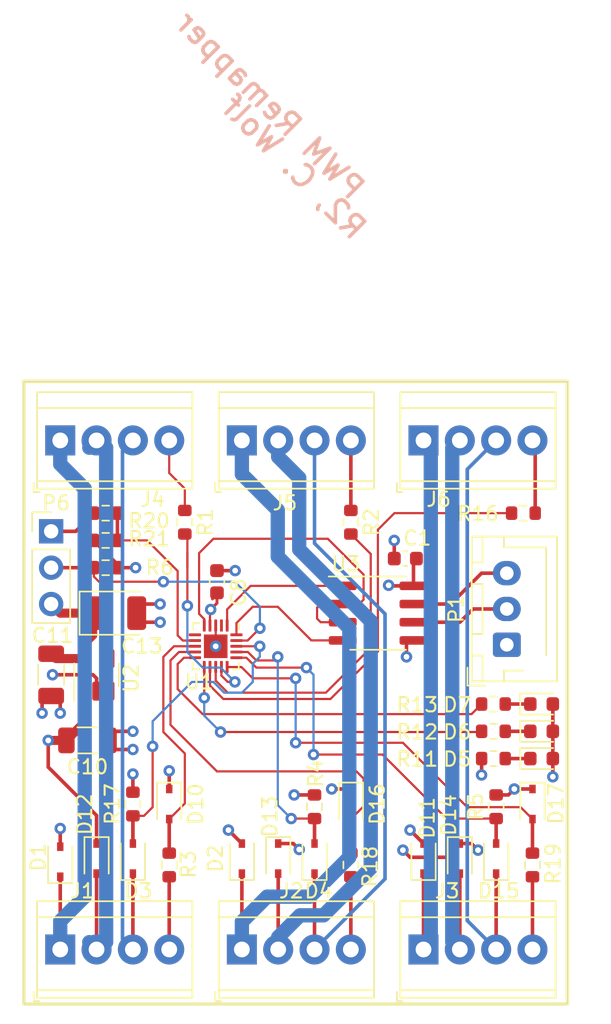
<source format=kicad_pcb>
(kicad_pcb (version 20221018) (generator pcbnew)
  (layers (0 "F.Cu" signal "Top Layer") (1 "In1.Cu" signal "VCC") (2 "In2.Cu" signal "GND") (31 "B.Cu" signal "Bottom Layer") (34 "B.Paste" user "Bottom Paste") (35 "F.Paste" user "Top Paste") (36 "B.SilkS" user "Bottom Overlay") (37 "F.SilkS" user "Top Overlay") (38 "B.Mask" user "Bottom Solder") (39 "F.Mask" user "Top Solder") (44 "Edge.Cuts" user))
  (net 0 "")
  (net 1 "GND")
  (net 2 "12V")
  (net 3 "5V")
  (net 4 "/RXD")
  (net 5 "/XDIR")
  (net 6 "/TXD")
  (net 7 "Net-(U3-A)")
  (net 8 "Net-(U3-B)")
  (net 9 "/FGND1")
  (net 10 "/FGND2")
  (net 11 "/Tach1")
  (net 12 "Net-(U1-PC3)")
  (net 13 "/Tach2")
  (net 14 "Net-(U1-PC2)")
  (net 15 "Net-(D5-Pad1)")
  (net 16 "Net-(D6-Pad1)")
  (net 17 "Net-(D7-Pad1)")
  (net 18 "Net-(U1-PA7)")
  (net 19 "/FGND3")
  (net 20 "/F12V1")
  (net 21 "/F12V2")
  (net 22 "/F12V3")
  (net 23 "/Tach3")
  (net 24 "Net-(U1-PC1)")
  (net 25 "Net-(U1-PB5)")
  (net 26 "Net-(U1-PC0)")
  (net 27 "/PWM_IN_1")
  (net 28 "/PWM_IN_2")
  (net 29 "/PWM_IN_3")
  (net 30 "/PWM_OUT1")
  (net 31 "/PWM_OUT2")
  (net 32 "/PWM_OUT3")
  (net 33 "/UPDI{slash}~{RESET}")
  (net 34 "Net-(U1-PB0)")
  (net 35 "Net-(U1-PB1)")
  (net 36 "Net-(U1-PB3{slash}TOSC1)")
  (net 37 "Net-(U1-PB4)")
  (net 38 "Net-(U1-PB2{slash}TOSC2)")
  (net 39 "Net-(U1-PA6)")
  (footprint "Diode_SMD:D_SOD-323" (layer "F.Cu") (at 10.16 -13.97 -90)
    (fp_text reference "D10")
    (fp_text value "Schottky Diode")
  )
  (footprint "Package_SO:SOIC-8_3.9x4.9mm_P1.27mm" (layer "F.Cu") (at 24.765 -27.305)
    (fp_text reference "U3")
    (fp_text value "THVD1400D")
  )
  (footprint "Resistor_SMD:R_0603_1608Metric" (layer "F.Cu") (at 35.56 -9.715 90)
    (fp_text reference "R19")
    (fp_text value "Res Semi Small")
  )
  (footprint "Diode_SMD:D_0603_1608Metric" (layer "F.Cu") (at 36.195 -17.145)
    (fp_text reference "D5")
    (fp_text value "LED0")
  )
  (footprint "Connector_PinHeader_2.54mm:PinHeader_1x03_P2.54mm_Vertical" (layer "F.Cu") (at 1.905 -33.02)
    (fp_text reference "P6")
    (fp_text value "Header 3")
  )
  (footprint "Resistor_SMD:R_0603_1608Metric" (layer "F.Cu") (at 34.925 -34.29 180)
    (fp_text reference "R16")
    (fp_text value "Res Semi Small")
  )
  (footprint "Resistor_SMD:R_0603_1608Metric" (layer "F.Cu") (at 5.715 -32.385 180)
    (fp_text reference "R21")
    (fp_text value "Res Semi Small")
  )
  (footprint "Resistor_SMD:R_0603_1608Metric" (layer "F.Cu") (at 7.62 -13.97 90)
    (fp_text reference "R17")
    (fp_text value "Res Semi Small")
  )
  (footprint "Resistor_SMD:R_0603_1608Metric" (layer "F.Cu") (at 11.25 -33.655 -90)
    (fp_text reference "R1")
    (fp_text value "Res Semi Small")
  )
  (footprint "Capacitor_SMD:C_1206_3216Metric" (layer "F.Cu") (at 1.905 -22.9925 90)
    (fp_text reference "C11")
    (fp_text value "Cap")
  )
  (footprint "Diode_SMD:D_SOD-323" (layer "F.Cu") (at 20.32 -10.16 90)
    (fp_text reference "D4")
    (fp_text value "Schottky Diode")
  )
  (footprint "Diode_SMD:D_SOD-323" (layer "F.Cu") (at 35.56 -13.97 -90)
    (fp_text reference "D17")
    (fp_text value "Schottky Diode")
  )
  (footprint "Capacitor_SMD:C_0603_1608Metric" (layer "F.Cu") (at 13.5 -29.5 -90)
    (fp_text reference "C8")
    (fp_text value "Cap")
  )
  (footprint "Diode_SMD:D_0603_1608Metric" (layer "F.Cu") (at 36.195 -19.05)
    (fp_text reference "D6")
    (fp_text value "LED0")
  )
  (footprint "Diode_SMD:D_SOD-323" (layer "F.Cu") (at 33.02 -10.16 90)
    (fp_text reference "D15")
    (fp_text value "Schottky Diode")
  )
  (footprint "TerminalBlock_TE-Connectivity:TerminalBlock_TE_282834-4_1x04_P2.54mm_Horizontal" (layer "F.Cu") (at 15.24 -3.81)
    (fp_text reference "J2")
    (fp_text value "Conn_01x04")
  )
  (footprint "Diode_SMD:D_SOD-323" (layer "F.Cu") (at 5.08 -10.16 -90)
    (fp_text reference "D12")
    (fp_text value "Schottky Diode")
  )
  (footprint "Resistor_SMD:R_0603_1608Metric" (layer "F.Cu") (at 10.16 -9.715 90)
    (fp_text reference "R3")
    (fp_text value "Res Semi Small")
  )
  (footprint "Diode_SMD:D_SOD-323" (layer "F.Cu") (at 15.24 -10.16 90)
    (fp_text reference "D2")
    (fp_text value "Schottky Diode")
  )
  (footprint "Diode_SMD:D_SOD-323" (layer "F.Cu") (at 17.78 -10.16 -90)
    (fp_text reference "D13")
    (fp_text value "Schottky Diode")
  )
  (footprint "Capacitor_Tantalum_SMD:CP_EIA-3528-21_Kemet-B" (layer "F.Cu") (at 6.35 -27.305)
    (fp_text reference "C13")
    (fp_text value "100 uF")
  )
  (footprint "Resistor_SMD:R_0603_1608Metric" (layer "F.Cu") (at 33.02 -13.78 90)
    (fp_text reference "R5")
    (fp_text value "Res Semi Small")
  )
  (footprint "Diode_SMD:D_SOD-323" (layer "F.Cu") (at 7.62 -10.16 90)
    (fp_text reference "D3")
    (fp_text value "Schottky Diode")
  )
  (footprint "Diode_SMD:D_0603_1608Metric" (layer "F.Cu") (at 36.195 -20.955)
    (fp_text reference "D7")
    (fp_text value "LED0")
  )
  (footprint "TerminalBlock_TE-Connectivity:TerminalBlock_TE_282834-4_1x04_P2.54mm_Horizontal" (layer "F.Cu") (at 15.24 -39.37)
    (fp_text reference "J5")
    (fp_text value "Conn_01x04")
  )
  (footprint "Package_TO_SOT_SMD:SOT-23-5" (layer "F.Cu") (at 5.08 -22.9925 90)
    (fp_text reference "U2")
    (fp_text value "TPS70950")
  )
  (footprint "TerminalBlock_TE-Connectivity:TerminalBlock_TE_282834-4_1x04_P2.54mm_Horizontal" (layer "F.Cu") (at 2.54 -3.81)
    (fp_text reference "J1")
    (fp_text value "Conn_01x04")
  )
  (footprint "TerminalBlock_TE-Connectivity:TerminalBlock_TE_282834-4_1x04_P2.54mm_Horizontal" (layer "F.Cu") (at 27.94 -39.37)
    (fp_text reference "J6")
    (fp_text value "Conn_01x04")
  )
  (footprint "Resistor_SMD:R_0603_1608Metric" (layer "F.Cu") (at 32.83 -19.05 180)
    (fp_text reference "R12")
    (fp_text value "Res Semi")
  )
  (footprint "Resistor_SMD:R_0603_1608Metric" (layer "F.Cu") (at 32.83 -17.145 180)
    (fp_text reference "R11")
    (fp_text value "Res Semi")
  )
  (footprint "Connector_JST:JST_XH_B3B-XH-AM_1x03_P2.50mm_Vertical" (layer "F.Cu") (at 33.765 -25.095 90)
    (fp_text reference "P1")
    (fp_text value "Header 3")
  )
  (footprint "TerminalBlock_TE-Connectivity:TerminalBlock_TE_282834-4_1x04_P2.54mm_Horizontal" (layer "F.Cu") (at 27.94 -3.81)
    (fp_text reference "J3")
    (fp_text value "Conn_01x04")
  )
  (footprint "TerminalBlock_TE-Connectivity:TerminalBlock_TE_282834-4_1x04_P2.54mm_Horizontal" (layer "F.Cu") (at 2.54 -39.37)
    (fp_text reference "J4")
    (fp_text value "Conn_01x04")
  )
  (footprint "Resistor_SMD:R_0603_1608Metric" (layer "F.Cu") (at 32.83 -20.955 180)
    (fp_text reference "R13")
    (fp_text value "Res Semi")
  )
  (footprint "Diode_SMD:D_SOD-323" (layer "F.Cu") (at 22.86 -13.97 -90)
    (fp_text reference "D16")
    (fp_text value "Schottky Diode")
  )
  (footprint "Capacitor_SMD:C_1206_3216Metric" (layer "F.Cu") (at 4.445 -18.415 180)
    (fp_text reference "C10")
    (fp_text value "Cap")
  )
  (footprint "Capacitor_SMD:C_0603_1608Metric" (layer "F.Cu") (at 26.67 -31.115)
    (fp_text reference "C1")
    (fp_text value "Cap")
  )
  (footprint "Diode_SMD:D_SOD-323" (layer "F.Cu") (at 27.94 -10.16 90)
    (fp_text reference "D11")
    (fp_text value "Schottky Diode")
  )
  (footprint "Diode_SMD:D_SOD-323" (layer "F.Cu") (at 30.48 -10.16 -90)
    (fp_text reference "D14")
    (fp_text value "Schottky Diode")
  )
  (footprint "Diode_SMD:D_SOD-323" (layer "F.Cu") (at 2.54 -9.94 90)
    (fp_text reference "D1")
    (fp_text value "Schottky Diode")
  )
  (footprint "Package_DFN_QFN:QFN-20-1EP_3x3mm_P0.4mm_EP1.65x1.65mm" (layer "F.Cu") (at 13.41 -24.99 -90)
    (fp_text reference "U1")
    (fp_text value "ATTiny1616-MFR")
  )
  (footprint "Resistor_SMD:R_0603_1608Metric" (layer "F.Cu") (at 5.715 -34.29)
    (fp_text reference "R20")
    (fp_text value "Res Semi Small")
  )
  (footprint "Resistor_SMD:R_0603_1608Metric" (layer "F.Cu") (at 20.32 -13.78 90)
    (fp_text reference "R4")
    (fp_text value "Res Semi Small")
  )
  (footprint "Resistor_SMD:R_0603_1608Metric" (layer "F.Cu") (at 22.86 -33.655 -90)
    (fp_text reference "R2")
    (fp_text value "Res Semi Small")
  )
  (footprint "Resistor_SMD:R_0603_1608Metric" (layer "F.Cu") (at 5.715 -30.48)
    (fp_text reference "R6")
    (fp_text value "Res Semi Small")
  )
  (footprint "Resistor_SMD:R_0603_1608Metric" (layer "F.Cu") (at 22.86 -9.715 90)
    (fp_text reference "R18")
    (fp_text value "Res Semi Small")
  )
  (gr_line (start 0 0) (end 38 0) (stroke (width 0.254)) (layer "F.SilkS"))
  (gr_line (start 0 -43.5) (end 38 -43.5) (stroke (width 0.254)) (layer "F.SilkS"))
  (gr_line (start 38 -43.5) (end 38 0) (stroke (width 0.254)) (layer "F.SilkS"))
  (gr_line (start 0 -43.5) (end 0 0) (stroke (width 0.254)) (layer "F.SilkS"))
  (gr_line (start 38 -43.5) (end 38 0) (stroke (width 0.05)) (layer "Edge.Cuts"))
  (gr_line (start 38 0) (end 0 0) (stroke (width 0.05)) (layer "Edge.Cuts"))
  (gr_line (start 0 0) (end 0 -43.5) (stroke (width 0.05)) (layer "Edge.Cuts"))
  (gr_line (start 0 -43.5) (end 38 -43.5) (stroke (width 0.05)) (layer "Edge.Cuts"))
  (gr_text "PWM Remapper\n" (at 22.86 -55.88 315) (layer "B.SilkS") (effects (font (size 1.524 1.524) (thickness 0.254)) (justify left bottom mirror)))
  (gr_text "R2, C. Wolf" (at 22.987 -53.086 315) (layer "B.SilkS") (effects (font (size 1.524 1.524) (thickness 0.254)) (justify left bottom mirror)))
  (segment (start 4.83 -23) (end 5.08 -22.75) (width 0.25) (layer "F.Cu") (net 1))
  (segment (start 36.9825 -17.145) (end 36.9825 -15.875) (width 0.25) (layer "F.Cu") (net 1))
  (segment (start 25.895 -31.115) (end 25.895 -32.385) (width 0.25) (layer "F.Cu") (net 1))
  (segment (start 4.75 -23) (end 2 -23) (width 0.25) (layer "F.Cu") (net 1))
  (segment (start 13.41 -24.99) (end 13.41 -26.44) (width 0.1524) (layer "F.Cu") (net 1))
  (segment (start 1.27 -21.59) (end 1.27 -20.32) (width 0.25) (layer "F.Cu") (net 1))
  (segment (start 5.08 -21.855) (end 5.08 -22.75) (width 0.25) (layer "F.Cu") (net 1))
  (segment (start 14.3 -12.15) (end 15.24 -11.21) (width 0.254) (layer "F.Cu") (net 1))
  (segment (start 4.75 -23) (end 4.83 -23) (width 0.25) (layer "F.Cu") (net 1))
  (segment (start 8.255 -26.67) (end 9.525 -26.67) (width 0.25) (layer "F.Cu") (net 1))
  (segment (start 13.5 -30.275) (end 14.77 -30.275) (width 0.25) (layer "F.Cu") (net 1))
  (segment (start 26.75 -25.4) (end 27.24 -25.4) (width 0.25) (layer "F.Cu") (net 1))
  (segment (start 36.9825 -17.145) (end 36.9825 -20.955) (width 0.25) (layer "F.Cu") (net 1))
  (segment (start 27 -12.15) (end 27.94 -11.21) (width 0.254) (layer "F.Cu") (net 1))
  (segment (start 2.54 -10.99) (end 2.54 -12.26) (width 0.25) (layer "F.Cu") (net 1))
  (segment (start 8.255 -27.94) (end 9.525 -27.94) (width 0.25) (layer "F.Cu") (net 1))
  (segment (start 1.905 -33.02) (end 3.62 -33.02) (width 0.254) (layer "F.Cu") (net 1))
  (segment (start 2.54 -21.59) (end 2.54 -20.32) (width 0.25) (layer "F.Cu") (net 1))
  (segment (start 6.35 -17.78) (end 7.62 -17.78) (width 0.254) (layer "F.Cu") (net 1))
  (segment (start 3.62 -33.02) (end 4.89 -34.29) (width 0.254) (layer "F.Cu") (net 1))
  (segment (start 26.75 -24.25) (end 26.75 -25.4) (width 0.25) (layer "F.Cu") (net 1))
  (segment (start 6.35 -19.05) (end 7.62 -19.05) (width 0.254) (layer "F.Cu") (net 1))
  (via (at 2.54 -20.32) (size 0.8) (drill 0.4) (layers "F.Cu" "B.Cu") (net 1))
  (via (at 13.41 -24.99) (size 0.8) (drill 0.4) (layers "F.Cu" "B.Cu") (net 1))
  (via (at 14.3 -12.15) (size 0.8) (drill 0.4) (layers "F.Cu" "B.Cu") (net 1))
  (via (at 36.9825 -15.875) (size 0.8) (drill 0.4) (layers "F.Cu" "B.Cu") (net 1))
  (via (at 7.62 -17.78) (size 0.8) (drill 0.4) (layers "F.Cu" "B.Cu") (net 1))
  (via (at 1.27 -20.32) (size 0.8) (drill 0.4) (layers "F.Cu" "B.Cu") (net 1))
  (via (at 7.62 -19.05) (size 0.8) (drill 0.4) (layers "F.Cu" "B.Cu") (net 1))
  (via (at 25.895 -32.385) (size 0.8) (drill 0.4) (layers "F.Cu" "B.Cu") (net 1))
  (via (at 9.525 -27.94) (size 0.8) (drill 0.4) (layers "F.Cu" "B.Cu") (net 1))
  (via (at 2.54 -12.26) (size 0.8) (drill 0.4) (layers "F.Cu" "B.Cu") (net 1))
  (via (at 2 -23) (size 0.8) (drill 0.4) (layers "F.Cu" "B.Cu") (net 1))
  (via (at 27 -12.15) (size 0.8) (drill 0.4) (layers "F.Cu" "B.Cu") (net 1))
  (via (at 26.75 -24.25) (size 0.8) (drill 0.4) (layers "F.Cu" "B.Cu") (net 1))
  (via (at 9.525 -26.67) (size 0.8) (drill 0.4) (layers "F.Cu" "B.Cu") (net 1))
  (via (at 14.77 -30.275) (size 0.8) (drill 0.4) (layers "F.Cu" "B.Cu") (net 1))
  (segment (start 2.97 -18.415) (end 1.7 -18.415) (width 0.635) (layer "F.Cu") (net 2))
  (segment (start 29.52 -10.25) (end 27 -10.25) (width 0.25) (layer "F.Cu") (net 2))
  (segment (start 5.08 -13.17) (end 1.7 -16.55) (width 0.25) (layer "F.Cu") (net 2))
  (segment (start 30.48 -11.21) (end 31.29 -11.21) (width 0.25) (layer "F.Cu") (net 2))
  (segment (start 1.7 -16.55) (end 1.7 -18.415) (width 0.25) (layer "F.Cu") (net 2))
  (segment (start 4.13 -19.575) (end 2.97 -18.415) (width 0.635) (layer "F.Cu") (net 2))
  (segment (start 17.78 -11.21) (end 18.835 -11.21) (width 0.25) (layer "F.Cu") (net 2))
  (segment (start 18.835 -11.21) (end 19.25 -10.795) (width 0.25) (layer "F.Cu") (net 2))
  (segment (start 4.13 -21.855) (end 4.13 -19.575) (width 0.635) (layer "F.Cu") (net 2))
  (segment (start 30.48 -11.21) (end 29.52 -10.25) (width 0.25) (layer "F.Cu") (net 2))
  (segment (start 17.78 -11.22) (end 17.78 -11.21) (width 0.25) (layer "F.Cu") (net 2))
  (segment (start 5.08 -11.21) (end 5.08 -13.17) (width 0.25) (layer "F.Cu") (net 2))
  (segment (start 27 -10.25) (end 26.5 -10.75) (width 0.25) (layer "F.Cu") (net 2))
  (segment (start 31.29 -11.21) (end 31.75 -10.75) (width 0.25) (layer "F.Cu") (net 2))
  (via (at 19.25 -10.795) (size 0.8) (drill 0.4) (layers "F.Cu" "B.Cu") (net 2))
  (via (at 26.5 -10.75) (size 0.8) (drill 0.4) (layers "F.Cu" "B.Cu") (net 2))
  (via (at 1.7 -18.415) (size 0.8) (drill 0.4) (layers "F.Cu" "B.Cu") (net 2))
  (via (at 31.75 -10.75) (size 0.8) (drill 0.4) (layers "F.Cu" "B.Cu") (net 2))
  (segment (start 13.185 -28.295) (end 13.185 -28.41) (width 0.2032) (layer "F.Cu") (net 3))
  (segment (start 35.56 -15.02) (end 34.29 -15.02) (width 0.25) (layer "F.Cu") (net 3))
  (segment (start 1.905 -27.94) (end 2.54 -27.305) (width 0.635) (layer "F.Cu") (net 3))
  (segment (start 4.89 -32.36) (end 6.54 -30.71) (width 0.254) (layer "F.Cu") (net 3))
  (segment (start 13.01 -26.44) (end 13.01 -27.511) (width 0.1524) (layer "F.Cu") (net 3))
  (segment (start 27.24 -30.91) (end 27.445 -31.115) (width 0.25) (layer "F.Cu") (net 3))
  (segment (start 32.005 -16.005) (end 32 -16) (width 0.25) (layer "F.Cu") (net 3))
  (segment (start 20.32 -14.605) (end 18.895 -14.605) (width 0.25) (layer "F.Cu") (net 3))
  (segment (start 4.13 -24.13) (end 2.2425 -24.13) (width 0.635) (layer "F.Cu") (net 3))
  (segment (start 7.62 -14.795) (end 7.62 -16.065) (width 0.25) (layer "F.Cu") (net 3))
  (segment (start 13.01 -27.511) (end 13.058 -27.559) (width 0.1524) (layer "F.Cu") (net 3))
  (segment (start 6.54 -30.48) (end 7.81 -30.48) (width 0.25) (layer "F.Cu") (net 3))
  (segment (start 33.02 -14.605) (end 33.875 -14.605) (width 0.25) (layer "F.Cu") (net 3))
  (segment (start 2.2425 -24.13) (end 1.905 -24.4675) (width 0.25) (layer "F.Cu") (net 3))
  (segment (start 33.875 -14.605) (end 34.29 -15.02) (width 0.25) (layer "F.Cu") (net 3))
  (segment (start 13.185 -28.41) (end 13.5 -28.725) (width 0.2032) (layer "F.Cu") (net 3))
  (segment (start 10.16 -15.02) (end 10.16 -16.29) (width 0.25) (layer "F.Cu") (net 3))
  (segment (start 4.8125 -27.305) (end 4.8125 -25.7675) (width 0.635) (layer "F.Cu") (net 3))
  (segment (start 6.54 -30.71) (end 6.54 -30.48) (width 0.254) (layer "F.Cu") (net 3))
  (segment (start 2.54 -27.305) (end 4.8125 -27.305) (width 0.635) (layer "F.Cu") (net 3))
  (segment (start 13.5 -28.001) (end 13.058 -27.559) (width 0.2032) (layer "F.Cu") (net 3))
  (segment (start 27.24 -29.21) (end 25.54 -29.21) (width 0.25) (layer "F.Cu") (net 3))
  (segment (start 32.005 -17.145) (end 32.005 -16.005) (width 0.25) (layer "F.Cu") (net 3))
  (segment (start 4.89 -32.385) (end 4.89 -32.36) (width 0.254) (layer "F.Cu") (net 3))
  (segment (start 4.8125 -25.7675) (end 4.13 -25.085) (width 0.635) (layer "F.Cu") (net 3))
  (segment (start 4.13 -25.085) (end 4.13 -24.13) (width 0.635) (layer "F.Cu") (net 3))
  (segment (start 21.52 -15.02) (end 22.86 -15.02) (width 0.25) (layer "F.Cu") (net 3))
  (segment (start 25.54 -29.21) (end 25.5 -29.25) (width 0.25) (layer "F.Cu") (net 3))
  (segment (start 13.5 -28.725) (end 13.5 -28.001) (width 0.2032) (layer "F.Cu") (net 3))
  (segment (start 27.24 -29.21) (end 27.24 -30.91) (width 0.25) (layer "F.Cu") (net 3))
  (via (at 18.895 -14.605) (size 0.8) (drill 0.4) (layers "F.Cu" "B.Cu") (net 3))
  (via (at 21.52 -15.02) (size 0.8) (drill 0.4) (layers "F.Cu" "B.Cu") (net 3))
  (via (at 32 -16) (size 0.8) (drill 0.4) (layers "F.Cu" "B.Cu") (net 3))
  (via (at 34.29 -15.02) (size 0.8) (drill 0.4) (layers "F.Cu" "B.Cu") (net 3))
  (via (at 10.16 -16.29) (size 0.8) (drill 0.4) (layers "F.Cu" "B.Cu") (net 3))
  (via (at 7.81 -30.48) (size 0.8) (drill 0.4) (layers "F.Cu" "B.Cu") (net 3))
  (via (at 7.62 -16.065) (size 0.8) (drill 0.4) (layers "F.Cu" "B.Cu") (net 3))
  (via (at 25.5 -29.25) (size 0.8) (drill 0.4) (layers "F.Cu" "B.Cu") (net 3))
  (via (at 13.058 -27.559) (size 0.8) (drill 0.4) (layers "F.Cu" "B.Cu") (net 3))
  (segment (start 22.29 -29.21) (end 15.852 -29.21) (width 0.1524) (layer "F.Cu") (net 4))
  (segment (start 15.852 -29.21) (end 14.21 -27.568) (width 0.1524) (layer "F.Cu") (net 4))
  (segment (start 14.21 -27.568) (end 14.21 -26.44) (width 0.1524) (layer "F.Cu") (net 4))
  (segment (start 20.75 -27.94) (end 22.29 -27.94) (width 0.1524) (layer "F.Cu") (net 5))
  (segment (start 23.44 -27.94) (end 22.29 -27.94) (width 0.1524) (layer "F.Cu") (net 5))
  (segment (start 12.25 -31.5) (end 13.25 -32.5) (width 0.1524) (layer "F.Cu") (net 5))
  (segment (start 18 -32.5) (end 21.25 -32.5) (width 0.1524) (layer "F.Cu") (net 5))
  (segment (start 20.5 -26.92) (end 20.5 -27.69) (width 0.1524) (layer "F.Cu") (net 5))
  (segment (start 20.5 -27.69) (end 20.75 -27.94) (width 0.1524) (layer "F.Cu") (net 5))
  (segment (start 23.75 -28.25) (end 23.44 -27.94) (width 0.1524) (layer "F.Cu") (net 5))
  (segment (start 12.61 -26.44) (end 12.61 -26.89) (width 0.1524) (layer "F.Cu") (net 5))
  (segment (start 13.25 -32.5) (end 18 -32.5) (width 0.1524) (layer "F.Cu") (net 5))
  (segment (start 12.61 -26.89) (end 12.25 -27.25) (width 0.1524) (layer "F.Cu") (net 5))
  (segment (start 22.29 -26.67) (end 20.75 -26.67) (width 0.1524) (layer "F.Cu") (net 5))
  (segment (start 23.75 -30) (end 23.75 -28.25) (width 0.1524) (layer "F.Cu") (net 5))
  (segment (start 20.75 -26.67) (end 20.5 -26.92) (width 0.1524) (layer "F.Cu") (net 5))
  (segment (start 12.25 -27.25) (end 12.25 -31.5) (width 0.1524) (layer "F.Cu") (net 5))
  (segment (start 21.25 -32.5) (end 23.75 -30) (width 0.1524) (layer "F.Cu") (net 5))
  (segment (start 18 -32.5) (end 19.25 -32.5) (width 0.1524) (layer "F.Cu") (net 5))
  (segment (start 14.86 -26.61) (end 16 -27.75) (width 0.1524) (layer "F.Cu") (net 6))
  (segment (start 16 -27.75) (end 17.75 -27.75) (width 0.1524) (layer "F.Cu") (net 6))
  (segment (start 17.75 -27.75) (end 20.1 -25.4) (width 0.1524) (layer "F.Cu") (net 6))
  (segment (start 14.86 -25.79) (end 14.86 -26.61) (width 0.1524) (layer "F.Cu") (net 6))
  (segment (start 20.1 -25.4) (end 22.29 -25.4) (width 0.1524) (layer "F.Cu") (net 6))
  (segment (start 30.48 -26.67) (end 31.405 -27.595) (width 0.25) (layer "F.Cu") (net 7))
  (segment (start 27.24 -26.67) (end 30.48 -26.67) (width 0.25) (layer "F.Cu") (net 7))
  (segment (start 31.405 -27.595) (end 33.765 -27.595) (width 0.25) (layer "F.Cu") (net 7))
  (segment (start 29.845 -27.94) (end 27.24 -27.94) (width 0.25) (layer "F.Cu") (net 8))
  (segment (start 32 -30.095) (end 29.845 -27.94) (width 0.25) (layer "F.Cu") (net 8))
  (segment (start 33.765 -30.095) (end 32 -30.095) (width 0.25) (layer "F.Cu") (net 8))
  (segment (start 2.54 -8.89) (end 2.54 -3.81) (width 0.25) (layer "F.Cu") (net 9))
  (segment (start 2.54 -37.71) (end 4.25 -36) (width 1) (layer "B.Cu") (net 9))
  (segment (start 2.54 -39.37) (end 2.54 -37.71) (width 1) (layer "B.Cu") (net 9))
  (segment (start 2.54 -5.79) (end 2.54 -3.81) (width 1) (layer "B.Cu") (net 9))
  (segment (start 4.25 -36) (end 4.25 -7.5) (width 1) (layer "B.Cu") (net 9))
  (segment (start 4.25 -7.5) (end 2.54 -5.79) (width 1) (layer "B.Cu") (net 9))
  (segment (start 15.24 -9.11) (end 15.24 -3.81) (width 0.25) (layer "F.Cu") (net 10))
  (segment (start 17.75 -31.25) (end 22.75 -26.25) (width 1) (layer "B.Cu") (net 10))
  (segment (start 15.24 -37.01) (end 17.75 -34.5) (width 1) (layer "B.Cu") (net 10))
  (segment (start 15.24 -39.37) (end 15.24 -37.01) (width 1) (layer "B.Cu") (net 10))
  (segment (start 22.75 -10.25) (end 20 -7.5) (width 1) (layer "B.Cu") (net 10))
  (segment (start 17.75 -34.5) (end 17.75 -31.25) (width 1) (layer "B.Cu") (net 10))
  (segment (start 15.24 -5.74) (end 15.24 -3.81) (width 1) (layer "B.Cu") (net 10))
  (segment (start 20 -7.5) (end 17 -7.5) (width 1) (layer "B.Cu") (net 10))
  (segment (start 17 -7.5) (end 15.24 -5.74) (width 1) (layer "B.Cu") (net 10))
  (segment (start 22.75 -26.25) (end 22.75 -10.25) (width 1) (layer "B.Cu") (net 10))
  (segment (start 7.62 -9.11) (end 7.62 -3.81) (width 0.25) (layer "F.Cu") (net 11))
  (segment (start 7.62 -3.81) (end 6.893 -4.537) (width 0.254) (layer "B.Cu") (net 11))
  (segment (start 6.893 -4.537) (end 6.893 -38.643) (width 0.254) (layer "B.Cu") (net 11))
  (segment (start 6.893 -38.643) (end 7.62 -39.37) (width 0.254) (layer "B.Cu") (net 11))
  (segment (start 9 -13.75) (end 8.395 -13.145) (width 0.1524) (layer "F.Cu") (net 12))
  (segment (start 8.395 -13.145) (end 7.62 -13.145) (width 0.1524) (layer "F.Cu") (net 12))
  (segment (start 7.62 -11.21) (end 7.62 -13.145) (width 0.254) (layer "F.Cu") (net 12))
  (segment (start 9 -18) (end 9 -13.75) (width 0.1524) (layer "F.Cu") (net 12))
  (segment (start 14.86 -24.99) (end 16.49 -24.99) (width 0.1524) (layer "F.Cu") (net 12))
  (via (at 9 -18) (size 0.8) (drill 0.4) (layers "F.Cu" "B.Cu") (net 12))
  (via (at 16.49 -24.99) (size 0.8) (drill 0.4) (layers "F.Cu" "B.Cu") (net 12))
  (segment (start 16 -22.5) (end 16 -23.76) (width 0.1524) (layer "B.Cu") (net 12))
  (segment (start 14 -21.75) (end 15.25 -21.75) (width 0.1524) (layer "B.Cu") (net 12))
  (segment (start 15.25 -21.75) (end 16 -22.5) (width 0.1524) (layer "B.Cu") (net 12))
  (segment (start 12.75 -22.5) (end 13.25 -22.5) (width 0.1524) (layer "B.Cu") (net 12))
  (segment (start 16.49 -24.25) (end 16.49 -24.99) (width 0.1524) (layer "B.Cu") (net 12))
  (segment (start 13.25 -22.5) (end 14 -21.75) (width 0.1524) (layer "B.Cu") (net 12))
  (segment (start 9 -19.75) (end 11.75 -22.5) (width 0.1524) (layer "B.Cu") (net 12))
  (segment (start 9 -18) (end 9 -19.75) (width 0.1524) (layer "B.Cu") (net 12))
  (segment (start 16 -23.76) (end 16.49 -24.25) (width 0.1524) (layer "B.Cu") (net 12))
  (segment (start 11.75 -22.5) (end 12.75 -22.5) (width 0.1524) (layer "B.Cu") (net 12))
  (segment (start 20.32 -9.11) (end 20.32 -3.81) (width 0.25) (layer "F.Cu") (net 13))
  (segment (start 20.32 -32.18) (end 20.32 -39.37) (width 0.25) (layer "B.Cu") (net 13))
  (segment (start 25.25 -27.25) (end 20.32 -32.18) (width 0.25) (layer "B.Cu") (net 13))
  (segment (start 20.32 -3.81) (end 25.25 -8.74) (width 0.25) (layer "B.Cu") (net 13))
  (segment (start 25.25 -8.74) (end 25.25 -27.25) (width 0.25) (layer "B.Cu") (net 13))
  (segment (start 17.75 -24.25) (end 17.5 -24) (width 0.1524) (layer "F.Cu") (net 14))
  (segment (start 17.5 -24) (end 16.25 -24) (width 0.1524) (layer "F.Cu") (net 14))
  (segment (start 20.32 -12.955) (end 18.69 -12.955) (width 0.1524) (layer "F.Cu") (net 14))
  (segment (start 15.66 -24.59) (end 14.86 -24.59) (width 0.1524) (layer "F.Cu") (net 14))
  (segment (start 16.25 -24) (end 15.66 -24.59) (width 0.1524) (layer "F.Cu") (net 14))
  (segment (start 20.32 -11.21) (end 20.32 -12.955) (width 0.254) (layer "F.Cu") (net 14))
  (via (at 17.75 -24.25) (size 0.8) (drill 0.4) (layers "F.Cu" "B.Cu") (net 14))
  (via (at 18.69 -12.955) (size 0.8) (drill 0.4) (layers "F.Cu" "B.Cu") (net 14))
  (segment (start 17.75 -22.5) (end 17.75 -13.895) (width 0.1524) (layer "B.Cu") (net 14))
  (segment (start 17.75 -24.25) (end 17.75 -22.5) (width 0.1524) (layer "B.Cu") (net 14))
  (segment (start 17.75 -13.895) (end 18.69 -12.955) (width 0.1524) (layer "B.Cu") (net 14))
  (segment (start 35.4075 -17.145) (end 33.655 -17.145) (width 0.25) (layer "F.Cu") (net 15))
  (segment (start 33.655 -19.05) (end 35.4075 -19.05) (width 0.25) (layer "F.Cu") (net 16))
  (segment (start 35.4075 -20.955) (end 33.655 -20.955) (width 0.25) (layer "F.Cu") (net 17))
  (segment (start 9.75 -19) (end 11.25 -17.5) (width 0.1524) (layer "F.Cu") (net 18))
  (segment (start 10.49 -24.99) (end 9.75 -24.25) (width 0.1524) (layer "F.Cu") (net 18))
  (segment (start 10.16 -12.92) (end 10.16 -10.54) (width 0.25) (layer "F.Cu") (net 18))
  (segment (start 11.25 -14.01) (end 10.16 -12.92) (width 0.1524) (layer "F.Cu") (net 18))
  (segment (start 9.75 -24.25) (end 9.75 -19) (width 0.1524) (layer "F.Cu") (net 18))
  (segment (start 11.96 -24.99) (end 10.49 -24.99) (width 0.1524) (layer "F.Cu") (net 18))
  (segment (start 11.25 -17.5) (end 11.25 -14.01) (width 0.1524) (layer "F.Cu") (net 18))
  (segment (start 27.94 -9.11) (end 27.94 -3.81) (width 0.25) (layer "F.Cu") (net 19))
  (segment (start 28.45 -4.32) (end 28.45 -38.86) (width 1) (layer "B.Cu") (net 19))
  (segment (start 28.45 -38.86) (end 27.94 -39.37) (width 1) (layer "B.Cu") (net 19))
  (segment (start 27.94 -3.81) (end 28.45 -4.32) (width 1) (layer "B.Cu") (net 19))
  (segment (start 5.08 -9.11) (end 5.08 -3.81) (width 0.25) (layer "F.Cu") (net 20))
  (segment (start 5.24 -39.37) (end 5.75 -38.86) (width 1) (layer "B.Cu") (net 20))
  (segment (start 5.75 -38.86) (end 5.75 -4.32) (width 1) (layer "B.Cu") (net 20))
  (segment (start 4.57 -4.32) (end 5.08 -3.81) (width 1) (layer "B.Cu") (net 20))
  (segment (start 5.08 -39.37) (end 5.24 -39.37) (width 1) (layer "B.Cu") (net 20))
  (segment (start 5.08 -39.37) (end 4.57 -38.86) (width 1) (layer "B.Cu") (net 20))
  (segment (start 17.78 -3.81) (end 17.78 -9.11) (width 0.25) (layer "F.Cu") (net 21))
  (segment (start 19.25 -31.75) (end 24.25 -26.75) (width 1) (layer "B.Cu") (net 21))
  (segment (start 19.305 -6.195) (end 17.78 -4.67) (width 1) (layer "B.Cu") (net 21))
  (segment (start 20.945 -6.195) (end 19.305 -6.195) (width 1) (layer "B.Cu") (net 21))
  (segment (start 24.25 -26.75) (end 24.25 -9.5) (width 1) (layer "B.Cu") (net 21))
  (segment (start 24.25 -9.5) (end 20.945 -6.195) (width 1) (layer "B.Cu") (net 21))
  (segment (start 19.25 -36.75) (end 19.25 -31.75) (width 1) (layer "B.Cu") (net 21))
  (segment (start 17.78 -39.37) (end 17.78 -38.22) (width 1) (layer "B.Cu") (net 21))
  (segment (start 17.78 -38.22) (end 19.25 -36.75) (width 1) (layer "B.Cu") (net 21))
  (segment (start 17.78 -4.67) (end 17.78 -3.81) (width 1) (layer "B.Cu") (net 21))
  (segment (start 30.48 -3.81) (end 30.48 -9.11) (width 0.25) (layer "F.Cu") (net 22))
  (segment (start 29.95 -38.84) (end 30.48 -39.37) (width 1) (layer "B.Cu") (net 22))
  (segment (start 29.95 -4.34) (end 29.95 -38.84) (width 1) (layer "B.Cu") (net 22))
  (segment (start 30.48 -3.81) (end 29.95 -4.34) (width 1) (layer "B.Cu") (net 22))
  (segment (start 33.02 -9.11) (end 33.02 -3.81) (width 0.25) (layer "F.Cu") (net 23))
  (segment (start 31 -37.35) (end 31 -5.83) (width 0.254) (layer "B.Cu") (net 23))
  (segment (start 31 -5.83) (end 33.02 -3.81) (width 0.254) (layer "B.Cu") (net 23))
  (segment (start 33.02 -39.37) (end 31 -37.35) (width 0.254) (layer "B.Cu") (net 23))
  (segment (start 25.0743 -17.4257) (end 29.545 -12.955) (width 0.1524) (layer "F.Cu") (net 24))
  (segment (start 15.56 -24.19) (end 14.86 -24.19) (width 0.1524) (layer "F.Cu") (net 24))
  (segment (start 33.02 -12.955) (end 33.02 -11.21) (width 0.25) (layer "F.Cu") (net 24))
  (segment (start 29.545 -12.955) (end 33.02 -12.955) (width 0.1524) (layer "F.Cu") (net 24))
  (segment (start 16.25 -23.5) (end 15.56 -24.19) (width 0.1524) (layer "F.Cu") (net 24))
  (segment (start 20.25 -17.4257) (end 25.0743 -17.4257) (width 0.1524) (layer "F.Cu") (net 24))
  (segment (start 19.75 -23.5) (end 16.25 -23.5) (width 0.1524) (layer "F.Cu") (net 24))
  (via (at 20.25 -17.4257) (size 0.8) (drill 0.4) (layers "F.Cu" "B.Cu") (net 24))
  (via (at 19.75 -23.5) (size 0.8) (drill 0.4) (layers "F.Cu" "B.Cu") (net 24))
  (segment (start 20.25 -23) (end 19.75 -23.5) (width 0.1524) (layer "B.Cu") (net 24))
  (segment (start 20.25 -17.4257) (end 20.25 -23) (width 0.1524) (layer "B.Cu") (net 24))
  (segment (start 22.86 -12.92) (end 22.86 -10.54) (width 0.25) (layer "F.Cu") (net 25))
  (segment (start 10.84 -24.59) (end 10.25 -24) (width 0.1524) (layer "F.Cu") (net 25))
  (segment (start 10.25 -24) (end 10.25 -19.5) (width 0.1524) (layer "F.Cu") (net 25))
  (segment (start 10.25 -19.5) (end 13.5 -16.25) (width 0.1524) (layer "F.Cu") (net 25))
  (segment (start 23.75 -13.81) (end 22.86 -12.92) (width 0.1524) (layer "F.Cu") (net 25))
  (segment (start 23.75 -15.75) (end 23.75 -13.81) (width 0.1524) (layer "F.Cu") (net 25))
  (segment (start 13.5 -16.25) (end 23.25 -16.25) (width 0.1524) (layer "F.Cu") (net 25))
  (segment (start 11.96 -24.59) (end 10.84 -24.59) (width 0.1524) (layer "F.Cu") (net 25))
  (segment (start 23.25 -16.25) (end 23.75 -15.75) (width 0.1524) (layer "F.Cu") (net 25))
  (segment (start 35.56 -12.92) (end 35.56 -10.54) (width 0.25) (layer "F.Cu") (net 26))
  (segment (start 19 -18.25) (end 26.5 -18.25) (width 0.1524) (layer "F.Cu") (net 26))
  (segment (start 19 -22.75) (end 16 -22.75) (width 0.1524) (layer "F.Cu") (net 26))
  (segment (start 26.5 -18.25) (end 31 -13.75) (width 0.1524) (layer "F.Cu") (net 26))
  (segment (start 34.73 -13.75) (end 35.56 -12.92) (width 0.1524) (layer "F.Cu") (net 26))
  (segment (start 15.21 -23.54) (end 14.21 -23.54) (width 0.1524) (layer "F.Cu") (net 26))
  (segment (start 16 -22.75) (end 15.21 -23.54) (width 0.1524) (layer "F.Cu") (net 26))
  (segment (start 31 -13.75) (end 34.73 -13.75) (width 0.1524) (layer "F.Cu") (net 26))
  (via (at 19 -18.25) (size 0.8) (drill 0.4) (layers "F.Cu" "B.Cu") (net 26))
  (via (at 19 -22.75) (size 0.8) (drill 0.4) (layers "F.Cu" "B.Cu") (net 26))
  (segment (start 19 -22.75) (end 19 -18.25) (width 0.1524) (layer "B.Cu") (net 26))
  (segment (start 10.16 -3.81) (end 10.16 -8.89) (width 0.25) (layer "F.Cu") (net 27))
  (segment (start 22.86 -8.89) (end 22.86 -3.81) (width 0.25) (layer "F.Cu") (net 28))
  (segment (start 35.56 -3.81) (end 35.56 -8.89) (width 0.25) (layer "F.Cu") (net 29))
  (segment (start 10.16 -37.09) (end 11.25 -36) (width 0.1524) (layer "F.Cu") (net 30))
  (segment (start 10.16 -39.37) (end 10.16 -37.09) (width 0.1524) (layer "F.Cu") (net 30))
  (segment (start 11.25 -34.48) (end 11.25 -36) (width 0.1524) (layer "F.Cu") (net 30))
  (segment (start 22.86 -34.48) (end 22.86 -39.37) (width 0.25) (layer "F.Cu") (net 31))
  (segment (start 35.75 -34.29) (end 35.75 -39.18) (width 0.25) (layer "F.Cu") (net 32))
  (segment (start 35.75 -39.18) (end 35.56 -39.37) (width 0.25) (layer "F.Cu") (net 32))
  (segment (start 15.64 -25.39) (end 14.86 -25.39) (width 0.1524) (layer "F.Cu") (net 33))
  (segment (start 4.89 -30.48) (end 1.905 -30.48) (width 0.25) (layer "F.Cu") (net 33))
  (segment (start 4.89 -29.86) (end 5.25 -29.5) (width 0.1524) (layer "F.Cu") (net 33))
  (segment (start 16.5 -26.25) (end 15.64 -25.39) (width 0.1524) (layer "F.Cu") (net 33))
  (segment (start 5.25 -29.5) (end 10 -29.5) (width 0.1524) (layer "F.Cu") (net 33))
  (segment (start 4.89 -30.48) (end 4.89 -29.86) (width 0.1524) (layer "F.Cu") (net 33))
  (via (at 9.75 -29.5) (size 0.8) (drill 0.4) (layers "F.Cu" "B.Cu") (net 33))
  (via (at 16.5 -26.25) (size 0.8) (drill 0.4) (layers "F.Cu" "B.Cu") (net 33))
  (segment (start 16.5 -27.75) (end 16.5 -26.25) (width 0.1524) (layer "B.Cu") (net 33))
  (segment (start 9.75 -29.5) (end 14.75 -29.5) (width 0.1524) (layer "B.Cu") (net 33))
  (segment (start 14.75 -29.5) (end 16.5 -27.75) (width 0.1524) (layer "B.Cu") (net 33))
  (segment (start 11.43 -31.56) (end 11.43 -30.5) (width 0.1524) (layer "F.Cu") (net 34))
  (segment (start 14.25 -22.5) (end 13.81 -22.94) (width 0.1524) (layer "F.Cu") (net 34))
  (segment (start 14.75 -22.5) (end 14.25 -22.5) (width 0.1524) (layer "F.Cu") (net 34))
  (segment (start 11.43 -32.65) (end 11.25 -32.83) (width 0.1524) (layer "F.Cu") (net 34))
  (segment (start 13.81 -22.94) (end 13.81 -23.54) (width 0.1524) (layer "F.Cu") (net 34))
  (segment (start 11.43 -30.5) (end 11.43 -27.813) (width 0.1524) (layer "F.Cu") (net 34))
  (segment (start 11.43 -30.5) (end 11.43 -32.65) (width 0.1524) (layer "F.Cu") (net 34))
  (via (at 14.75 -22.5) (size 0.8) (drill 0.4) (layers "F.Cu" "B.Cu") (net 34))
  (via (at 11.43 -27.813) (size 0.8) (drill 0.4) (layers "F.Cu" "B.Cu") (net 34))
  (segment (start 14.75 -22.5) (end 13.75 -23.5) (width 0.1524) (layer "B.Cu") (net 34))
  (segment (start 11.43 -24.57) (end 11.43 -27.813) (width 0.1524) (layer "B.Cu") (net 34))
  (segment (start 13.75 -23.5) (end 12.5 -23.5) (width 0.1524) (layer "B.Cu") (net 34))
  (segment (start 12.5 -23.5) (end 11.43 -24.57) (width 0.1524) (layer "B.Cu") (net 34))
  (segment (start 13.41 -22.59) (end 14.25 -21.75) (width 0.1524) (layer "F.Cu") (net 35))
  (segment (start 13.41 -23.54) (end 13.41 -22.59) (width 0.1524) (layer "F.Cu") (net 35))
  (segment (start 14.25 -21.75) (end 21.115 -21.75) (width 0.1524) (layer "F.Cu") (net 35))
  (segment (start 24.25 -31.44) (end 22.86 -32.83) (width 0.1524) (layer "F.Cu") (net 35))
  (segment (start 21.115 -21.75) (end 24.25 -24.885) (width 0.1524) (layer "F.Cu") (net 35))
  (segment (start 24.25 -24.885) (end 24.25 -31.44) (width 0.1524) (layer "F.Cu") (net 35))
  (segment (start 13.75 -19) (end 31.955 -19) (width 0.1524) (layer "F.Cu") (net 36))
  (segment (start 12.61 -21.64) (end 12.61 -23.54) (width 0.1524) (layer "F.Cu") (net 36))
  (segment (start 12.61 -21.64) (end 12.61 -21.39) (width 0.1524) (layer "F.Cu") (net 36))
  (segment (start 31.955 -19) (end 32.005 -19.05) (width 0.1524) (layer "F.Cu") (net 36))
  (via (at 13.75 -19) (size 0.8) (drill 0.4) (layers "F.Cu" "B.Cu") (net 36))
  (via (at 12.61 -21.39) (size 0.8) (drill 0.4) (layers "F.Cu" "B.Cu") (net 36))
  (segment (start 12.61 -21.39) (end 12.61 -20.14) (width 0.1524) (layer "B.Cu") (net 36))
  (segment (start 12.61 -20.14) (end 13.75 -19) (width 0.1524) (layer "B.Cu") (net 36))
  (segment (start 11.19 -24.19) (end 11.96 -24.19) (width 0.1524) (layer "F.Cu") (net 37))
  (segment (start 12.5 -20.25) (end 10.75 -22) (width 0.1524) (layer "F.Cu") (net 37))
  (segment (start 31.3 -20.25) (end 12.5 -20.25) (width 0.1524) (layer "F.Cu") (net 37))
  (segment (start 10.75 -22) (end 10.75 -23.75) (width 0.1524) (layer "F.Cu") (net 37))
  (segment (start 32.005 -20.955) (end 31.3 -20.25) (width 0.1524) (layer "F.Cu") (net 37))
  (segment (start 10.75 -23.75) (end 11.19 -24.19) (width 0.1524) (layer "F.Cu") (net 37))
  (segment (start 13.01 -23.54) (end 13.01 -22.24) (width 0.1524) (layer "F.Cu") (net 38))
  (segment (start 25.908 -34.29) (end 34.1 -34.29) (width 0.1524) (layer "F.Cu") (net 38))
  (segment (start 24.75 -33.132) (end 25.908 -34.29) (width 0.1524) (layer "F.Cu") (net 38))
  (segment (start 13.01 -22.24) (end 13.9426 -21.3074) (width 0.1524) (layer "F.Cu") (net 38))
  (segment (start 21.4344 -21.3074) (end 24.75 -24.623) (width 0.1524) (layer "F.Cu") (net 38))
  (segment (start 13.9426 -21.3074) (end 21.4344 -21.3074) (width 0.1524) (layer "F.Cu") (net 38))
  (segment (start 24.75 -24.623) (end 24.75 -33.132) (width 0.1524) (layer "F.Cu") (net 38))
  (segment (start 10.75 -25.75) (end 11.11 -25.39) (width 0.1524) (layer "F.Cu") (net 39))
  (segment (start 10.75 -30.25) (end 10.75 -25.75) (width 0.1524) (layer "F.Cu") (net 39))
  (segment (start 11.11 -25.39) (end 11.96 -25.39) (width 0.1524) (layer "F.Cu") (net 39))
  (segment (start 6.54 -32.385) (end 8.615 -32.385) (width 0.1524) (layer "F.Cu") (net 39))
  (segment (start 6.54 -34.29) (end 6.54 -32.385) (width 0.25) (layer "F.Cu") (net 39))
  (segment (start 8.615 -32.385) (end 10.75 -30.25) (width 0.1524) (layer "F.Cu") (net 39))
)
</source>
